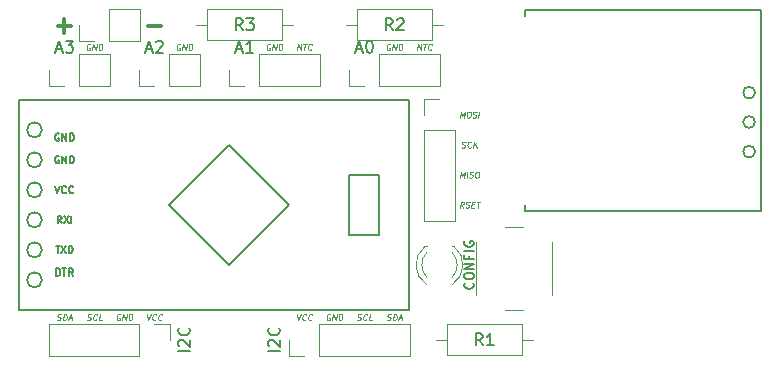
<source format=gbr>
G04 #@! TF.FileFunction,Legend,Top*
%FSLAX46Y46*%
G04 Gerber Fmt 4.6, Leading zero omitted, Abs format (unit mm)*
G04 Created by KiCad (PCBNEW 4.0.7) date 05/11/18 23:43:40*
%MOMM*%
%LPD*%
G01*
G04 APERTURE LIST*
%ADD10C,0.100000*%
%ADD11C,0.150000*%
%ADD12C,0.300000*%
%ADD13C,0.120000*%
G04 APERTURE END LIST*
D10*
D11*
X127555714Y-51601667D02*
X128031905Y-51601667D01*
X127460476Y-51887381D02*
X127793809Y-50887381D01*
X128127143Y-51887381D01*
X128650952Y-50887381D02*
X128746191Y-50887381D01*
X128841429Y-50935000D01*
X128889048Y-50982619D01*
X128936667Y-51077857D01*
X128984286Y-51268333D01*
X128984286Y-51506429D01*
X128936667Y-51696905D01*
X128889048Y-51792143D01*
X128841429Y-51839762D01*
X128746191Y-51887381D01*
X128650952Y-51887381D01*
X128555714Y-51839762D01*
X128508095Y-51792143D01*
X128460476Y-51696905D01*
X128412857Y-51506429D01*
X128412857Y-51268333D01*
X128460476Y-51077857D01*
X128508095Y-50982619D01*
X128555714Y-50935000D01*
X128650952Y-50887381D01*
X117395714Y-51601667D02*
X117871905Y-51601667D01*
X117300476Y-51887381D02*
X117633809Y-50887381D01*
X117967143Y-51887381D01*
X118824286Y-51887381D02*
X118252857Y-51887381D01*
X118538571Y-51887381D02*
X118538571Y-50887381D01*
X118443333Y-51030238D01*
X118348095Y-51125476D01*
X118252857Y-51173095D01*
X109775714Y-51601667D02*
X110251905Y-51601667D01*
X109680476Y-51887381D02*
X110013809Y-50887381D01*
X110347143Y-51887381D01*
X110632857Y-50982619D02*
X110680476Y-50935000D01*
X110775714Y-50887381D01*
X111013810Y-50887381D01*
X111109048Y-50935000D01*
X111156667Y-50982619D01*
X111204286Y-51077857D01*
X111204286Y-51173095D01*
X111156667Y-51315952D01*
X110585238Y-51887381D01*
X111204286Y-51887381D01*
X102155714Y-51601667D02*
X102631905Y-51601667D01*
X102060476Y-51887381D02*
X102393809Y-50887381D01*
X102727143Y-51887381D01*
X102965238Y-50887381D02*
X103584286Y-50887381D01*
X103250952Y-51268333D01*
X103393810Y-51268333D01*
X103489048Y-51315952D01*
X103536667Y-51363571D01*
X103584286Y-51458810D01*
X103584286Y-51696905D01*
X103536667Y-51792143D01*
X103489048Y-51839762D01*
X103393810Y-51887381D01*
X103108095Y-51887381D01*
X103012857Y-51839762D01*
X102965238Y-51792143D01*
X121102381Y-77176190D02*
X120102381Y-77176190D01*
X120197619Y-76747619D02*
X120150000Y-76700000D01*
X120102381Y-76604762D01*
X120102381Y-76366666D01*
X120150000Y-76271428D01*
X120197619Y-76223809D01*
X120292857Y-76176190D01*
X120388095Y-76176190D01*
X120530952Y-76223809D01*
X121102381Y-76795238D01*
X121102381Y-76176190D01*
X121007143Y-75176190D02*
X121054762Y-75223809D01*
X121102381Y-75366666D01*
X121102381Y-75461904D01*
X121054762Y-75604762D01*
X120959524Y-75700000D01*
X120864286Y-75747619D01*
X120673810Y-75795238D01*
X120530952Y-75795238D01*
X120340476Y-75747619D01*
X120245238Y-75700000D01*
X120150000Y-75604762D01*
X120102381Y-75461904D01*
X120102381Y-75366666D01*
X120150000Y-75223809D01*
X120197619Y-75176190D01*
X113482381Y-77176190D02*
X112482381Y-77176190D01*
X112577619Y-76747619D02*
X112530000Y-76700000D01*
X112482381Y-76604762D01*
X112482381Y-76366666D01*
X112530000Y-76271428D01*
X112577619Y-76223809D01*
X112672857Y-76176190D01*
X112768095Y-76176190D01*
X112910952Y-76223809D01*
X113482381Y-76795238D01*
X113482381Y-76176190D01*
X113387143Y-75176190D02*
X113434762Y-75223809D01*
X113482381Y-75366666D01*
X113482381Y-75461904D01*
X113434762Y-75604762D01*
X113339524Y-75700000D01*
X113244286Y-75747619D01*
X113053810Y-75795238D01*
X112910952Y-75795238D01*
X112720476Y-75747619D01*
X112625238Y-75700000D01*
X112530000Y-75604762D01*
X112482381Y-75461904D01*
X112482381Y-75366666D01*
X112530000Y-75223809D01*
X112577619Y-75176190D01*
X137445714Y-71373809D02*
X137483810Y-71411904D01*
X137521905Y-71526190D01*
X137521905Y-71602380D01*
X137483810Y-71716666D01*
X137407619Y-71792857D01*
X137331429Y-71830952D01*
X137179048Y-71869047D01*
X137064762Y-71869047D01*
X136912381Y-71830952D01*
X136836190Y-71792857D01*
X136760000Y-71716666D01*
X136721905Y-71602380D01*
X136721905Y-71526190D01*
X136760000Y-71411904D01*
X136798095Y-71373809D01*
X136721905Y-70878571D02*
X136721905Y-70726190D01*
X136760000Y-70649999D01*
X136836190Y-70573809D01*
X136988571Y-70535714D01*
X137255238Y-70535714D01*
X137407619Y-70573809D01*
X137483810Y-70649999D01*
X137521905Y-70726190D01*
X137521905Y-70878571D01*
X137483810Y-70954761D01*
X137407619Y-71030952D01*
X137255238Y-71069047D01*
X136988571Y-71069047D01*
X136836190Y-71030952D01*
X136760000Y-70954761D01*
X136721905Y-70878571D01*
X137521905Y-70192857D02*
X136721905Y-70192857D01*
X137521905Y-69735714D01*
X136721905Y-69735714D01*
X137102857Y-69088095D02*
X137102857Y-69354762D01*
X137521905Y-69354762D02*
X136721905Y-69354762D01*
X136721905Y-68973809D01*
X137521905Y-68669048D02*
X136721905Y-68669048D01*
X136760000Y-67869048D02*
X136721905Y-67945239D01*
X136721905Y-68059524D01*
X136760000Y-68173810D01*
X136836190Y-68250001D01*
X136912381Y-68288096D01*
X137064762Y-68326191D01*
X137179048Y-68326191D01*
X137331429Y-68288096D01*
X137407619Y-68250001D01*
X137483810Y-68173810D01*
X137521905Y-68059524D01*
X137521905Y-67983334D01*
X137483810Y-67869048D01*
X137445714Y-67830953D01*
X137179048Y-67830953D01*
X137179048Y-67983334D01*
D10*
X136631727Y-64996190D02*
X136494822Y-64758095D01*
X136346013Y-64996190D02*
X136408513Y-64496190D01*
X136598989Y-64496190D01*
X136643632Y-64520000D01*
X136664465Y-64543810D01*
X136682322Y-64591429D01*
X136673394Y-64662857D01*
X136643632Y-64710476D01*
X136616846Y-64734286D01*
X136566251Y-64758095D01*
X136375775Y-64758095D01*
X136825179Y-64972381D02*
X136893632Y-64996190D01*
X137012679Y-64996190D01*
X137063274Y-64972381D01*
X137090061Y-64948571D01*
X137119822Y-64900952D01*
X137125774Y-64853333D01*
X137107918Y-64805714D01*
X137087084Y-64781905D01*
X137042441Y-64758095D01*
X136950179Y-64734286D01*
X136905537Y-64710476D01*
X136884704Y-64686667D01*
X136866846Y-64639048D01*
X136872798Y-64591429D01*
X136902561Y-64543810D01*
X136929346Y-64520000D01*
X136979941Y-64496190D01*
X137098989Y-64496190D01*
X137167441Y-64520000D01*
X137354941Y-64734286D02*
X137521607Y-64734286D01*
X137560298Y-64996190D02*
X137322203Y-64996190D01*
X137384703Y-64496190D01*
X137622798Y-64496190D01*
X137765655Y-64496190D02*
X138051369Y-64496190D01*
X137846012Y-64996190D02*
X137908512Y-64496190D01*
X136346012Y-62456190D02*
X136408512Y-61956190D01*
X136530535Y-62313333D01*
X136741845Y-61956190D01*
X136679345Y-62456190D01*
X136917441Y-62456190D02*
X136979941Y-61956190D01*
X137134702Y-62432381D02*
X137203155Y-62456190D01*
X137322202Y-62456190D01*
X137372797Y-62432381D01*
X137399584Y-62408571D01*
X137429345Y-62360952D01*
X137435297Y-62313333D01*
X137417441Y-62265714D01*
X137396607Y-62241905D01*
X137351964Y-62218095D01*
X137259702Y-62194286D01*
X137215060Y-62170476D01*
X137194227Y-62146667D01*
X137176369Y-62099048D01*
X137182321Y-62051429D01*
X137212084Y-62003810D01*
X137238869Y-61980000D01*
X137289464Y-61956190D01*
X137408512Y-61956190D01*
X137476964Y-61980000D01*
X137789464Y-61956190D02*
X137884702Y-61956190D01*
X137929345Y-61980000D01*
X137971012Y-62027619D01*
X137982916Y-62122857D01*
X137962083Y-62289524D01*
X137926369Y-62384762D01*
X137872797Y-62432381D01*
X137822202Y-62456190D01*
X137726964Y-62456190D01*
X137682321Y-62432381D01*
X137640655Y-62384762D01*
X137628750Y-62289524D01*
X137649583Y-62122857D01*
X137685298Y-62027619D01*
X137738869Y-61980000D01*
X137789464Y-61956190D01*
X136491845Y-59892381D02*
X136560298Y-59916190D01*
X136679345Y-59916190D01*
X136729940Y-59892381D01*
X136756727Y-59868571D01*
X136786488Y-59820952D01*
X136792440Y-59773333D01*
X136774584Y-59725714D01*
X136753750Y-59701905D01*
X136709107Y-59678095D01*
X136616845Y-59654286D01*
X136572203Y-59630476D01*
X136551370Y-59606667D01*
X136533512Y-59559048D01*
X136539464Y-59511429D01*
X136569227Y-59463810D01*
X136596012Y-59440000D01*
X136646607Y-59416190D01*
X136765655Y-59416190D01*
X136834107Y-59440000D01*
X137280536Y-59868571D02*
X137253749Y-59892381D01*
X137179345Y-59916190D01*
X137131726Y-59916190D01*
X137063273Y-59892381D01*
X137021607Y-59844762D01*
X137003750Y-59797143D01*
X136991845Y-59701905D01*
X137000774Y-59630476D01*
X137036488Y-59535238D01*
X137066250Y-59487619D01*
X137119821Y-59440000D01*
X137194226Y-59416190D01*
X137241845Y-59416190D01*
X137310297Y-59440000D01*
X137331131Y-59463810D01*
X137488869Y-59916190D02*
X137551369Y-59416190D01*
X137774583Y-59916190D02*
X137596012Y-59630476D01*
X137837083Y-59416190D02*
X137515655Y-59701905D01*
X136346012Y-57376190D02*
X136408512Y-56876190D01*
X136530535Y-57233333D01*
X136741845Y-56876190D01*
X136679345Y-57376190D01*
X137075179Y-56876190D02*
X137170417Y-56876190D01*
X137215060Y-56900000D01*
X137256727Y-56947619D01*
X137268631Y-57042857D01*
X137247798Y-57209524D01*
X137212084Y-57304762D01*
X137158512Y-57352381D01*
X137107917Y-57376190D01*
X137012679Y-57376190D01*
X136968036Y-57352381D01*
X136926370Y-57304762D01*
X136914465Y-57209524D01*
X136935298Y-57042857D01*
X136971013Y-56947619D01*
X137024584Y-56900000D01*
X137075179Y-56876190D01*
X137420417Y-57352381D02*
X137488870Y-57376190D01*
X137607917Y-57376190D01*
X137658512Y-57352381D01*
X137685299Y-57328571D01*
X137715060Y-57280952D01*
X137721012Y-57233333D01*
X137703156Y-57185714D01*
X137682322Y-57161905D01*
X137637679Y-57138095D01*
X137545417Y-57114286D01*
X137500775Y-57090476D01*
X137479942Y-57066667D01*
X137462084Y-57019048D01*
X137468036Y-56971429D01*
X137497799Y-56923810D01*
X137524584Y-56900000D01*
X137575179Y-56876190D01*
X137694227Y-56876190D01*
X137762679Y-56900000D01*
X137917441Y-57376190D02*
X137979941Y-56876190D01*
X130460297Y-51185000D02*
X130415654Y-51161190D01*
X130344226Y-51161190D01*
X130269821Y-51185000D01*
X130216250Y-51232619D01*
X130186488Y-51280238D01*
X130150774Y-51375476D01*
X130141845Y-51446905D01*
X130153750Y-51542143D01*
X130171607Y-51589762D01*
X130213273Y-51637381D01*
X130281726Y-51661190D01*
X130329345Y-51661190D01*
X130403749Y-51637381D01*
X130430536Y-51613571D01*
X130451369Y-51446905D01*
X130356131Y-51446905D01*
X130638869Y-51661190D02*
X130701369Y-51161190D01*
X130924583Y-51661190D01*
X130987083Y-51161190D01*
X131162679Y-51661190D02*
X131225179Y-51161190D01*
X131344226Y-51161190D01*
X131412679Y-51185000D01*
X131454346Y-51232619D01*
X131472202Y-51280238D01*
X131484108Y-51375476D01*
X131475179Y-51446905D01*
X131439464Y-51542143D01*
X131409703Y-51589762D01*
X131356131Y-51637381D01*
X131281726Y-51661190D01*
X131162679Y-51661190D01*
X120300297Y-51185000D02*
X120255654Y-51161190D01*
X120184226Y-51161190D01*
X120109821Y-51185000D01*
X120056250Y-51232619D01*
X120026488Y-51280238D01*
X119990774Y-51375476D01*
X119981845Y-51446905D01*
X119993750Y-51542143D01*
X120011607Y-51589762D01*
X120053273Y-51637381D01*
X120121726Y-51661190D01*
X120169345Y-51661190D01*
X120243749Y-51637381D01*
X120270536Y-51613571D01*
X120291369Y-51446905D01*
X120196131Y-51446905D01*
X120478869Y-51661190D02*
X120541369Y-51161190D01*
X120764583Y-51661190D01*
X120827083Y-51161190D01*
X121002679Y-51661190D02*
X121065179Y-51161190D01*
X121184226Y-51161190D01*
X121252679Y-51185000D01*
X121294346Y-51232619D01*
X121312202Y-51280238D01*
X121324108Y-51375476D01*
X121315179Y-51446905D01*
X121279464Y-51542143D01*
X121249703Y-51589762D01*
X121196131Y-51637381D01*
X121121726Y-51661190D01*
X121002679Y-51661190D01*
X112680297Y-51185000D02*
X112635654Y-51161190D01*
X112564226Y-51161190D01*
X112489821Y-51185000D01*
X112436250Y-51232619D01*
X112406488Y-51280238D01*
X112370774Y-51375476D01*
X112361845Y-51446905D01*
X112373750Y-51542143D01*
X112391607Y-51589762D01*
X112433273Y-51637381D01*
X112501726Y-51661190D01*
X112549345Y-51661190D01*
X112623749Y-51637381D01*
X112650536Y-51613571D01*
X112671369Y-51446905D01*
X112576131Y-51446905D01*
X112858869Y-51661190D02*
X112921369Y-51161190D01*
X113144583Y-51661190D01*
X113207083Y-51161190D01*
X113382679Y-51661190D02*
X113445179Y-51161190D01*
X113564226Y-51161190D01*
X113632679Y-51185000D01*
X113674346Y-51232619D01*
X113692202Y-51280238D01*
X113704108Y-51375476D01*
X113695179Y-51446905D01*
X113659464Y-51542143D01*
X113629703Y-51589762D01*
X113576131Y-51637381D01*
X113501726Y-51661190D01*
X113382679Y-51661190D01*
X105060297Y-51185000D02*
X105015654Y-51161190D01*
X104944226Y-51161190D01*
X104869821Y-51185000D01*
X104816250Y-51232619D01*
X104786488Y-51280238D01*
X104750774Y-51375476D01*
X104741845Y-51446905D01*
X104753750Y-51542143D01*
X104771607Y-51589762D01*
X104813273Y-51637381D01*
X104881726Y-51661190D01*
X104929345Y-51661190D01*
X105003749Y-51637381D01*
X105030536Y-51613571D01*
X105051369Y-51446905D01*
X104956131Y-51446905D01*
X105238869Y-51661190D02*
X105301369Y-51161190D01*
X105524583Y-51661190D01*
X105587083Y-51161190D01*
X105762679Y-51661190D02*
X105825179Y-51161190D01*
X105944226Y-51161190D01*
X106012679Y-51185000D01*
X106054346Y-51232619D01*
X106072202Y-51280238D01*
X106084108Y-51375476D01*
X106075179Y-51446905D01*
X106039464Y-51542143D01*
X106009703Y-51589762D01*
X105956131Y-51637381D01*
X105881726Y-51661190D01*
X105762679Y-51661190D01*
X130177560Y-74497381D02*
X130246013Y-74521190D01*
X130365060Y-74521190D01*
X130415655Y-74497381D01*
X130442442Y-74473571D01*
X130472203Y-74425952D01*
X130478155Y-74378333D01*
X130460299Y-74330714D01*
X130439465Y-74306905D01*
X130394822Y-74283095D01*
X130302560Y-74259286D01*
X130257918Y-74235476D01*
X130237085Y-74211667D01*
X130219227Y-74164048D01*
X130225179Y-74116429D01*
X130254942Y-74068810D01*
X130281727Y-74045000D01*
X130332322Y-74021190D01*
X130451370Y-74021190D01*
X130519822Y-74045000D01*
X130674584Y-74521190D02*
X130737084Y-74021190D01*
X130856131Y-74021190D01*
X130924584Y-74045000D01*
X130966251Y-74092619D01*
X130984107Y-74140238D01*
X130996013Y-74235476D01*
X130987084Y-74306905D01*
X130951369Y-74402143D01*
X130921608Y-74449762D01*
X130868036Y-74497381D01*
X130793631Y-74521190D01*
X130674584Y-74521190D01*
X131168631Y-74378333D02*
X131406726Y-74378333D01*
X131103155Y-74521190D02*
X131332322Y-74021190D01*
X131436488Y-74521190D01*
X102237560Y-74497381D02*
X102306013Y-74521190D01*
X102425060Y-74521190D01*
X102475655Y-74497381D01*
X102502442Y-74473571D01*
X102532203Y-74425952D01*
X102538155Y-74378333D01*
X102520299Y-74330714D01*
X102499465Y-74306905D01*
X102454822Y-74283095D01*
X102362560Y-74259286D01*
X102317918Y-74235476D01*
X102297085Y-74211667D01*
X102279227Y-74164048D01*
X102285179Y-74116429D01*
X102314942Y-74068810D01*
X102341727Y-74045000D01*
X102392322Y-74021190D01*
X102511370Y-74021190D01*
X102579822Y-74045000D01*
X102734584Y-74521190D02*
X102797084Y-74021190D01*
X102916131Y-74021190D01*
X102984584Y-74045000D01*
X103026251Y-74092619D01*
X103044107Y-74140238D01*
X103056013Y-74235476D01*
X103047084Y-74306905D01*
X103011369Y-74402143D01*
X102981608Y-74449762D01*
X102928036Y-74497381D01*
X102853631Y-74521190D01*
X102734584Y-74521190D01*
X103228631Y-74378333D02*
X103466726Y-74378333D01*
X103163155Y-74521190D02*
X103392322Y-74021190D01*
X103496488Y-74521190D01*
X127649464Y-74497381D02*
X127717917Y-74521190D01*
X127836964Y-74521190D01*
X127887559Y-74497381D01*
X127914346Y-74473571D01*
X127944107Y-74425952D01*
X127950059Y-74378333D01*
X127932203Y-74330714D01*
X127911369Y-74306905D01*
X127866726Y-74283095D01*
X127774464Y-74259286D01*
X127729822Y-74235476D01*
X127708989Y-74211667D01*
X127691131Y-74164048D01*
X127697083Y-74116429D01*
X127726846Y-74068810D01*
X127753631Y-74045000D01*
X127804226Y-74021190D01*
X127923274Y-74021190D01*
X127991726Y-74045000D01*
X128438155Y-74473571D02*
X128411368Y-74497381D01*
X128336964Y-74521190D01*
X128289345Y-74521190D01*
X128220892Y-74497381D01*
X128179226Y-74449762D01*
X128161369Y-74402143D01*
X128149464Y-74306905D01*
X128158393Y-74235476D01*
X128194107Y-74140238D01*
X128223869Y-74092619D01*
X128277440Y-74045000D01*
X128351845Y-74021190D01*
X128399464Y-74021190D01*
X128467916Y-74045000D01*
X128488750Y-74068810D01*
X128884583Y-74521190D02*
X128646488Y-74521190D01*
X128708988Y-74021190D01*
X104789464Y-74497381D02*
X104857917Y-74521190D01*
X104976964Y-74521190D01*
X105027559Y-74497381D01*
X105054346Y-74473571D01*
X105084107Y-74425952D01*
X105090059Y-74378333D01*
X105072203Y-74330714D01*
X105051369Y-74306905D01*
X105006726Y-74283095D01*
X104914464Y-74259286D01*
X104869822Y-74235476D01*
X104848989Y-74211667D01*
X104831131Y-74164048D01*
X104837083Y-74116429D01*
X104866846Y-74068810D01*
X104893631Y-74045000D01*
X104944226Y-74021190D01*
X105063274Y-74021190D01*
X105131726Y-74045000D01*
X105578155Y-74473571D02*
X105551368Y-74497381D01*
X105476964Y-74521190D01*
X105429345Y-74521190D01*
X105360892Y-74497381D01*
X105319226Y-74449762D01*
X105301369Y-74402143D01*
X105289464Y-74306905D01*
X105298393Y-74235476D01*
X105334107Y-74140238D01*
X105363869Y-74092619D01*
X105417440Y-74045000D01*
X105491845Y-74021190D01*
X105539464Y-74021190D01*
X105607916Y-74045000D01*
X105628750Y-74068810D01*
X106024583Y-74521190D02*
X105786488Y-74521190D01*
X105848988Y-74021190D01*
X125380297Y-74045000D02*
X125335654Y-74021190D01*
X125264226Y-74021190D01*
X125189821Y-74045000D01*
X125136250Y-74092619D01*
X125106488Y-74140238D01*
X125070774Y-74235476D01*
X125061845Y-74306905D01*
X125073750Y-74402143D01*
X125091607Y-74449762D01*
X125133273Y-74497381D01*
X125201726Y-74521190D01*
X125249345Y-74521190D01*
X125323749Y-74497381D01*
X125350536Y-74473571D01*
X125371369Y-74306905D01*
X125276131Y-74306905D01*
X125558869Y-74521190D02*
X125621369Y-74021190D01*
X125844583Y-74521190D01*
X125907083Y-74021190D01*
X126082679Y-74521190D02*
X126145179Y-74021190D01*
X126264226Y-74021190D01*
X126332679Y-74045000D01*
X126374346Y-74092619D01*
X126392202Y-74140238D01*
X126404108Y-74235476D01*
X126395179Y-74306905D01*
X126359464Y-74402143D01*
X126329703Y-74449762D01*
X126276131Y-74497381D01*
X126201726Y-74521190D01*
X126082679Y-74521190D01*
X107600297Y-74045000D02*
X107555654Y-74021190D01*
X107484226Y-74021190D01*
X107409821Y-74045000D01*
X107356250Y-74092619D01*
X107326488Y-74140238D01*
X107290774Y-74235476D01*
X107281845Y-74306905D01*
X107293750Y-74402143D01*
X107311607Y-74449762D01*
X107353273Y-74497381D01*
X107421726Y-74521190D01*
X107469345Y-74521190D01*
X107543749Y-74497381D01*
X107570536Y-74473571D01*
X107591369Y-74306905D01*
X107496131Y-74306905D01*
X107778869Y-74521190D02*
X107841369Y-74021190D01*
X108064583Y-74521190D01*
X108127083Y-74021190D01*
X108302679Y-74521190D02*
X108365179Y-74021190D01*
X108484226Y-74021190D01*
X108552679Y-74045000D01*
X108594346Y-74092619D01*
X108612202Y-74140238D01*
X108624108Y-74235476D01*
X108615179Y-74306905D01*
X108579464Y-74402143D01*
X108549703Y-74449762D01*
X108496131Y-74497381D01*
X108421726Y-74521190D01*
X108302679Y-74521190D01*
X122557560Y-74021190D02*
X122661727Y-74521190D01*
X122890893Y-74021190D01*
X123286727Y-74473571D02*
X123259940Y-74497381D01*
X123185536Y-74521190D01*
X123137917Y-74521190D01*
X123069464Y-74497381D01*
X123027798Y-74449762D01*
X123009941Y-74402143D01*
X122998036Y-74306905D01*
X123006965Y-74235476D01*
X123042679Y-74140238D01*
X123072441Y-74092619D01*
X123126012Y-74045000D01*
X123200417Y-74021190D01*
X123248036Y-74021190D01*
X123316488Y-74045000D01*
X123337322Y-74068810D01*
X123786727Y-74473571D02*
X123759940Y-74497381D01*
X123685536Y-74521190D01*
X123637917Y-74521190D01*
X123569464Y-74497381D01*
X123527798Y-74449762D01*
X123509941Y-74402143D01*
X123498036Y-74306905D01*
X123506965Y-74235476D01*
X123542679Y-74140238D01*
X123572441Y-74092619D01*
X123626012Y-74045000D01*
X123700417Y-74021190D01*
X123748036Y-74021190D01*
X123816488Y-74045000D01*
X123837322Y-74068810D01*
X109857560Y-74021190D02*
X109961727Y-74521190D01*
X110190893Y-74021190D01*
X110586727Y-74473571D02*
X110559940Y-74497381D01*
X110485536Y-74521190D01*
X110437917Y-74521190D01*
X110369464Y-74497381D01*
X110327798Y-74449762D01*
X110309941Y-74402143D01*
X110298036Y-74306905D01*
X110306965Y-74235476D01*
X110342679Y-74140238D01*
X110372441Y-74092619D01*
X110426012Y-74045000D01*
X110500417Y-74021190D01*
X110548036Y-74021190D01*
X110616488Y-74045000D01*
X110637322Y-74068810D01*
X111086727Y-74473571D02*
X111059940Y-74497381D01*
X110985536Y-74521190D01*
X110937917Y-74521190D01*
X110869464Y-74497381D01*
X110827798Y-74449762D01*
X110809941Y-74402143D01*
X110798036Y-74306905D01*
X110806965Y-74235476D01*
X110842679Y-74140238D01*
X110872441Y-74092619D01*
X110926012Y-74045000D01*
X111000417Y-74021190D01*
X111048036Y-74021190D01*
X111116488Y-74045000D01*
X111137322Y-74068810D01*
X132738393Y-51661190D02*
X132800893Y-51161190D01*
X133024107Y-51661190D01*
X133086607Y-51161190D01*
X133253274Y-51161190D02*
X133538988Y-51161190D01*
X133333631Y-51661190D02*
X133396131Y-51161190D01*
X133934822Y-51613571D02*
X133908035Y-51637381D01*
X133833631Y-51661190D01*
X133786012Y-51661190D01*
X133717559Y-51637381D01*
X133675893Y-51589762D01*
X133658036Y-51542143D01*
X133646131Y-51446905D01*
X133655060Y-51375476D01*
X133690774Y-51280238D01*
X133720536Y-51232619D01*
X133774107Y-51185000D01*
X133848512Y-51161190D01*
X133896131Y-51161190D01*
X133964583Y-51185000D01*
X133985417Y-51208810D01*
X122578393Y-51661190D02*
X122640893Y-51161190D01*
X122864107Y-51661190D01*
X122926607Y-51161190D01*
X123093274Y-51161190D02*
X123378988Y-51161190D01*
X123173631Y-51661190D02*
X123236131Y-51161190D01*
X123774822Y-51613571D02*
X123748035Y-51637381D01*
X123673631Y-51661190D01*
X123626012Y-51661190D01*
X123557559Y-51637381D01*
X123515893Y-51589762D01*
X123498036Y-51542143D01*
X123486131Y-51446905D01*
X123495060Y-51375476D01*
X123530774Y-51280238D01*
X123560536Y-51232619D01*
X123614107Y-51185000D01*
X123688512Y-51161190D01*
X123736131Y-51161190D01*
X123804583Y-51185000D01*
X123825417Y-51208810D01*
D12*
X102298572Y-49637143D02*
X103441429Y-49637143D01*
X102870000Y-50208571D02*
X102870000Y-49065714D01*
X109918572Y-49637143D02*
X111061429Y-49637143D01*
D13*
X135698608Y-71522335D02*
G75*
G03X135855516Y-68290000I-1078608J1672335D01*
G01*
X133541392Y-71522335D02*
G75*
G02X133384484Y-68290000I1078608J1672335D01*
G01*
X135699837Y-70891130D02*
G75*
G03X135700000Y-68809039I-1079837J1041130D01*
G01*
X133540163Y-70891130D02*
G75*
G02X133540000Y-68809039I1079837J1041130D01*
G01*
X135856000Y-68290000D02*
X135700000Y-68290000D01*
X133540000Y-68290000D02*
X133384000Y-68290000D01*
X106740000Y-54670000D02*
X106740000Y-52010000D01*
X104140000Y-54670000D02*
X106740000Y-54670000D01*
X104140000Y-52010000D02*
X106740000Y-52010000D01*
X104140000Y-54670000D02*
X104140000Y-52010000D01*
X102870000Y-54670000D02*
X101540000Y-54670000D01*
X101540000Y-54670000D02*
X101540000Y-53340000D01*
X144184000Y-72406000D02*
X144184000Y-67906000D01*
X140184000Y-73656000D02*
X141684000Y-73656000D01*
X137684000Y-67906000D02*
X137684000Y-72406000D01*
X141684000Y-66656000D02*
X140184000Y-66656000D01*
D11*
X141835000Y-65260000D02*
X141835000Y-64760000D01*
X141835000Y-48260000D02*
X141835000Y-48760000D01*
X161335000Y-60260000D02*
G75*
G03X161335000Y-60260000I-500000J0D01*
G01*
X161335000Y-55260000D02*
G75*
G03X161335000Y-55260000I-500000J0D01*
G01*
X161335000Y-57760000D02*
G75*
G03X161335000Y-57760000I-500000J0D01*
G01*
X141835000Y-48260000D02*
X161835000Y-48260000D01*
X161835000Y-48260000D02*
X161835000Y-65260000D01*
X161835000Y-65260000D02*
X141835000Y-65260000D01*
D13*
X109280000Y-50860000D02*
X109280000Y-48200000D01*
X106680000Y-50860000D02*
X109280000Y-50860000D01*
X106680000Y-48200000D02*
X109280000Y-48200000D01*
X106680000Y-50860000D02*
X106680000Y-48200000D01*
X105410000Y-50860000D02*
X104080000Y-50860000D01*
X104080000Y-50860000D02*
X104080000Y-49530000D01*
X101540000Y-74870000D02*
X101540000Y-77530000D01*
X109220000Y-74870000D02*
X101540000Y-74870000D01*
X109220000Y-77530000D02*
X101540000Y-77530000D01*
X109220000Y-74870000D02*
X109220000Y-77530000D01*
X110490000Y-74870000D02*
X111820000Y-74870000D01*
X111820000Y-74870000D02*
X111820000Y-76200000D01*
X132140000Y-77530000D02*
X132140000Y-74870000D01*
X124460000Y-77530000D02*
X132140000Y-77530000D01*
X124460000Y-74870000D02*
X132140000Y-74870000D01*
X124460000Y-77530000D02*
X124460000Y-74870000D01*
X123190000Y-77530000D02*
X121860000Y-77530000D01*
X121860000Y-77530000D02*
X121860000Y-76200000D01*
X134680000Y-54670000D02*
X134680000Y-52010000D01*
X129540000Y-54670000D02*
X134680000Y-54670000D01*
X129540000Y-52010000D02*
X134680000Y-52010000D01*
X129540000Y-54670000D02*
X129540000Y-52010000D01*
X128270000Y-54670000D02*
X126940000Y-54670000D01*
X126940000Y-54670000D02*
X126940000Y-53340000D01*
X124520000Y-54670000D02*
X124520000Y-52010000D01*
X119380000Y-54670000D02*
X124520000Y-54670000D01*
X119380000Y-52010000D02*
X124520000Y-52010000D01*
X119380000Y-54670000D02*
X119380000Y-52010000D01*
X118110000Y-54670000D02*
X116780000Y-54670000D01*
X116780000Y-54670000D02*
X116780000Y-53340000D01*
X114360000Y-54670000D02*
X114360000Y-52010000D01*
X111760000Y-54670000D02*
X114360000Y-54670000D01*
X111760000Y-52010000D02*
X114360000Y-52010000D01*
X111760000Y-54670000D02*
X111760000Y-52010000D01*
X110490000Y-54670000D02*
X109160000Y-54670000D01*
X109160000Y-54670000D02*
X109160000Y-53340000D01*
X133290000Y-66100000D02*
X135950000Y-66100000D01*
X133290000Y-58420000D02*
X133290000Y-66100000D01*
X135950000Y-58420000D02*
X135950000Y-66100000D01*
X133290000Y-58420000D02*
X135950000Y-58420000D01*
X133290000Y-57150000D02*
X133290000Y-55820000D01*
X133290000Y-55820000D02*
X134620000Y-55820000D01*
X141640000Y-77510000D02*
X141640000Y-74890000D01*
X141640000Y-74890000D02*
X135220000Y-74890000D01*
X135220000Y-74890000D02*
X135220000Y-77510000D01*
X135220000Y-77510000D02*
X141640000Y-77510000D01*
X142530000Y-76200000D02*
X141640000Y-76200000D01*
X134330000Y-76200000D02*
X135220000Y-76200000D01*
X127600000Y-48220000D02*
X127600000Y-50840000D01*
X127600000Y-50840000D02*
X134020000Y-50840000D01*
X134020000Y-50840000D02*
X134020000Y-48220000D01*
X134020000Y-48220000D02*
X127600000Y-48220000D01*
X126710000Y-49530000D02*
X127600000Y-49530000D01*
X134910000Y-49530000D02*
X134020000Y-49530000D01*
X114900000Y-48220000D02*
X114900000Y-50840000D01*
X114900000Y-50840000D02*
X121320000Y-50840000D01*
X121320000Y-50840000D02*
X121320000Y-48220000D01*
X121320000Y-48220000D02*
X114900000Y-48220000D01*
X114010000Y-49530000D02*
X114900000Y-49530000D01*
X122210000Y-49530000D02*
X121320000Y-49530000D01*
D11*
X100965000Y-58420000D02*
G75*
G03X100965000Y-58420000I-635000J0D01*
G01*
X100965000Y-60960000D02*
G75*
G03X100965000Y-60960000I-635000J0D01*
G01*
X100965000Y-63500000D02*
G75*
G03X100965000Y-63500000I-635000J0D01*
G01*
X100965000Y-66040000D02*
G75*
G03X100965000Y-66040000I-635000J0D01*
G01*
X100965000Y-68580000D02*
G75*
G03X100965000Y-68580000I-635000J0D01*
G01*
X100965000Y-71120000D02*
G75*
G03X100965000Y-71120000I-635000J0D01*
G01*
X129540000Y-67310000D02*
X129540000Y-62230000D01*
X129540000Y-62230000D02*
X127000000Y-62230000D01*
X127000000Y-62230000D02*
X127000000Y-67310000D01*
X127000000Y-67310000D02*
X129540000Y-67310000D01*
X116840000Y-59690000D02*
X111760000Y-64770000D01*
X111760000Y-64770000D02*
X116840000Y-69850000D01*
X116840000Y-69850000D02*
X121920000Y-64770000D01*
X121920000Y-64770000D02*
X116840000Y-59690000D01*
X132080000Y-55880000D02*
X99060000Y-55880000D01*
X99060000Y-55880000D02*
X99060000Y-73660000D01*
X99060000Y-73660000D02*
X132080000Y-73660000D01*
X132080000Y-73660000D02*
X132080000Y-55880000D01*
X138263334Y-76652381D02*
X137930000Y-76176190D01*
X137691905Y-76652381D02*
X137691905Y-75652381D01*
X138072858Y-75652381D01*
X138168096Y-75700000D01*
X138215715Y-75747619D01*
X138263334Y-75842857D01*
X138263334Y-75985714D01*
X138215715Y-76080952D01*
X138168096Y-76128571D01*
X138072858Y-76176190D01*
X137691905Y-76176190D01*
X139215715Y-76652381D02*
X138644286Y-76652381D01*
X138930000Y-76652381D02*
X138930000Y-75652381D01*
X138834762Y-75795238D01*
X138739524Y-75890476D01*
X138644286Y-75938095D01*
X130643334Y-49982381D02*
X130310000Y-49506190D01*
X130071905Y-49982381D02*
X130071905Y-48982381D01*
X130452858Y-48982381D01*
X130548096Y-49030000D01*
X130595715Y-49077619D01*
X130643334Y-49172857D01*
X130643334Y-49315714D01*
X130595715Y-49410952D01*
X130548096Y-49458571D01*
X130452858Y-49506190D01*
X130071905Y-49506190D01*
X131024286Y-49077619D02*
X131071905Y-49030000D01*
X131167143Y-48982381D01*
X131405239Y-48982381D01*
X131500477Y-49030000D01*
X131548096Y-49077619D01*
X131595715Y-49172857D01*
X131595715Y-49268095D01*
X131548096Y-49410952D01*
X130976667Y-49982381D01*
X131595715Y-49982381D01*
X117943334Y-49982381D02*
X117610000Y-49506190D01*
X117371905Y-49982381D02*
X117371905Y-48982381D01*
X117752858Y-48982381D01*
X117848096Y-49030000D01*
X117895715Y-49077619D01*
X117943334Y-49172857D01*
X117943334Y-49315714D01*
X117895715Y-49410952D01*
X117848096Y-49458571D01*
X117752858Y-49506190D01*
X117371905Y-49506190D01*
X118276667Y-48982381D02*
X118895715Y-48982381D01*
X118562381Y-49363333D01*
X118705239Y-49363333D01*
X118800477Y-49410952D01*
X118848096Y-49458571D01*
X118895715Y-49553810D01*
X118895715Y-49791905D01*
X118848096Y-49887143D01*
X118800477Y-49934762D01*
X118705239Y-49982381D01*
X118419524Y-49982381D01*
X118324286Y-49934762D01*
X118276667Y-49887143D01*
X102070000Y-63171429D02*
X102270000Y-63771429D01*
X102470000Y-63171429D01*
X103012857Y-63714286D02*
X102984286Y-63742857D01*
X102898572Y-63771429D01*
X102841429Y-63771429D01*
X102755714Y-63742857D01*
X102698572Y-63685714D01*
X102670000Y-63628571D01*
X102641429Y-63514286D01*
X102641429Y-63428571D01*
X102670000Y-63314286D01*
X102698572Y-63257143D01*
X102755714Y-63200000D01*
X102841429Y-63171429D01*
X102898572Y-63171429D01*
X102984286Y-63200000D01*
X103012857Y-63228571D01*
X103612857Y-63714286D02*
X103584286Y-63742857D01*
X103498572Y-63771429D01*
X103441429Y-63771429D01*
X103355714Y-63742857D01*
X103298572Y-63685714D01*
X103270000Y-63628571D01*
X103241429Y-63514286D01*
X103241429Y-63428571D01*
X103270000Y-63314286D01*
X103298572Y-63257143D01*
X103355714Y-63200000D01*
X103441429Y-63171429D01*
X103498572Y-63171429D01*
X103584286Y-63200000D01*
X103612857Y-63228571D01*
X102627143Y-66311429D02*
X102427143Y-66025714D01*
X102284286Y-66311429D02*
X102284286Y-65711429D01*
X102512858Y-65711429D01*
X102570000Y-65740000D01*
X102598572Y-65768571D01*
X102627143Y-65825714D01*
X102627143Y-65911429D01*
X102598572Y-65968571D01*
X102570000Y-65997143D01*
X102512858Y-66025714D01*
X102284286Y-66025714D01*
X102827143Y-65711429D02*
X103227143Y-66311429D01*
X103227143Y-65711429D02*
X102827143Y-66311429D01*
X103455715Y-66311429D02*
X103455715Y-65711429D01*
X102112857Y-68251429D02*
X102455714Y-68251429D01*
X102284285Y-68851429D02*
X102284285Y-68251429D01*
X102598571Y-68251429D02*
X102998571Y-68851429D01*
X102998571Y-68251429D02*
X102598571Y-68851429D01*
X103227143Y-68851429D02*
X103227143Y-68251429D01*
X103370000Y-68251429D01*
X103455715Y-68280000D01*
X103512857Y-68337143D01*
X103541429Y-68394286D01*
X103570000Y-68508571D01*
X103570000Y-68594286D01*
X103541429Y-68708571D01*
X103512857Y-68765714D01*
X103455715Y-68822857D01*
X103370000Y-68851429D01*
X103227143Y-68851429D01*
X102184286Y-70756429D02*
X102184286Y-70156429D01*
X102327143Y-70156429D01*
X102412858Y-70185000D01*
X102470000Y-70242143D01*
X102498572Y-70299286D01*
X102527143Y-70413571D01*
X102527143Y-70499286D01*
X102498572Y-70613571D01*
X102470000Y-70670714D01*
X102412858Y-70727857D01*
X102327143Y-70756429D01*
X102184286Y-70756429D01*
X102698572Y-70156429D02*
X103041429Y-70156429D01*
X102870000Y-70756429D02*
X102870000Y-70156429D01*
X103584286Y-70756429D02*
X103384286Y-70470714D01*
X103241429Y-70756429D02*
X103241429Y-70156429D01*
X103470001Y-70156429D01*
X103527143Y-70185000D01*
X103555715Y-70213571D01*
X103584286Y-70270714D01*
X103584286Y-70356429D01*
X103555715Y-70413571D01*
X103527143Y-70442143D01*
X103470001Y-70470714D01*
X103241429Y-70470714D01*
X102412858Y-58755000D02*
X102355715Y-58726429D01*
X102270001Y-58726429D01*
X102184286Y-58755000D01*
X102127144Y-58812143D01*
X102098572Y-58869286D01*
X102070001Y-58983571D01*
X102070001Y-59069286D01*
X102098572Y-59183571D01*
X102127144Y-59240714D01*
X102184286Y-59297857D01*
X102270001Y-59326429D01*
X102327144Y-59326429D01*
X102412858Y-59297857D01*
X102441429Y-59269286D01*
X102441429Y-59069286D01*
X102327144Y-59069286D01*
X102698572Y-59326429D02*
X102698572Y-58726429D01*
X103041429Y-59326429D01*
X103041429Y-58726429D01*
X103327143Y-59326429D02*
X103327143Y-58726429D01*
X103470000Y-58726429D01*
X103555715Y-58755000D01*
X103612857Y-58812143D01*
X103641429Y-58869286D01*
X103670000Y-58983571D01*
X103670000Y-59069286D01*
X103641429Y-59183571D01*
X103612857Y-59240714D01*
X103555715Y-59297857D01*
X103470000Y-59326429D01*
X103327143Y-59326429D01*
X102412858Y-60660000D02*
X102355715Y-60631429D01*
X102270001Y-60631429D01*
X102184286Y-60660000D01*
X102127144Y-60717143D01*
X102098572Y-60774286D01*
X102070001Y-60888571D01*
X102070001Y-60974286D01*
X102098572Y-61088571D01*
X102127144Y-61145714D01*
X102184286Y-61202857D01*
X102270001Y-61231429D01*
X102327144Y-61231429D01*
X102412858Y-61202857D01*
X102441429Y-61174286D01*
X102441429Y-60974286D01*
X102327144Y-60974286D01*
X102698572Y-61231429D02*
X102698572Y-60631429D01*
X103041429Y-61231429D01*
X103041429Y-60631429D01*
X103327143Y-61231429D02*
X103327143Y-60631429D01*
X103470000Y-60631429D01*
X103555715Y-60660000D01*
X103612857Y-60717143D01*
X103641429Y-60774286D01*
X103670000Y-60888571D01*
X103670000Y-60974286D01*
X103641429Y-61088571D01*
X103612857Y-61145714D01*
X103555715Y-61202857D01*
X103470000Y-61231429D01*
X103327143Y-61231429D01*
M02*

</source>
